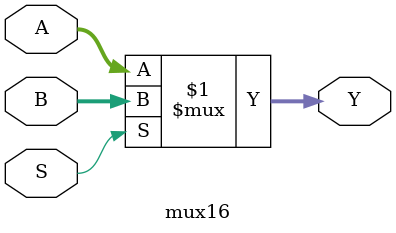
<source format=v>
`timescale 1ns / 1ps

module mux16(A,B,S,Y);

    input [15:0] A,B;
    output [15:0] Y;
    input S;

assign Y = (S)? B : A;
endmodule
</source>
